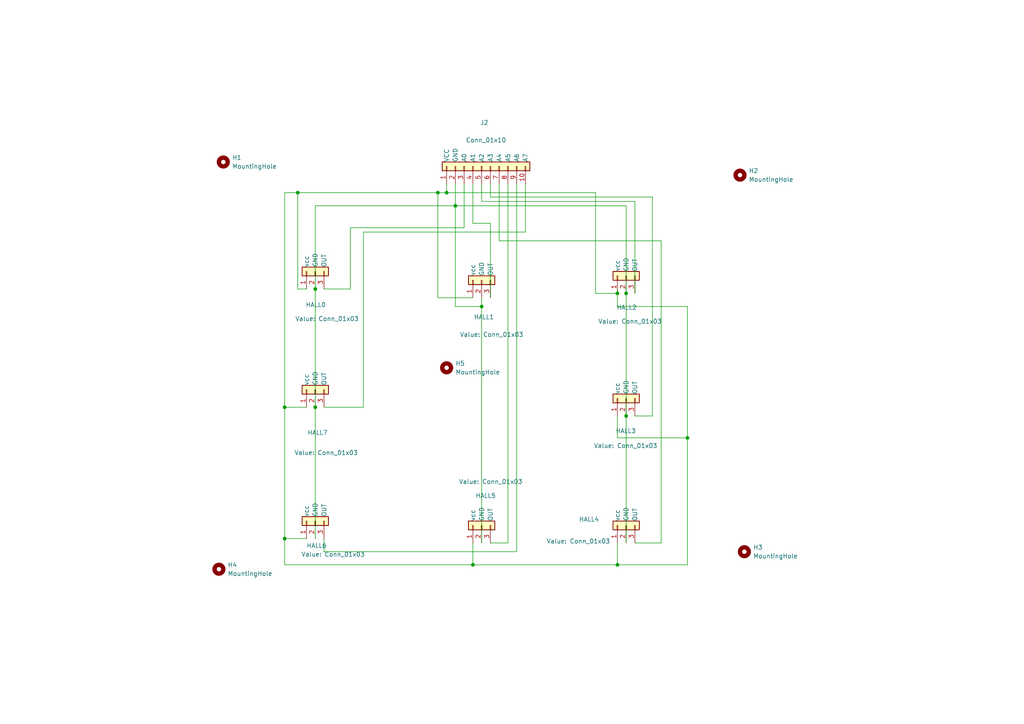
<source format=kicad_sch>
(kicad_sch
	(version 20250114)
	(generator "eeschema")
	(generator_version "9.0")
	(uuid "0967d7aa-5443-4f17-a21c-1cbc9c10a416")
	(paper "A4")
	(lib_symbols
		(symbol "Connector_Generic 1X10 ARD:Conn_01x10"
			(pin_names
				(offset 2.54)
			)
			(exclude_from_sim no)
			(in_bom yes)
			(on_board yes)
			(property "Reference" "J"
				(at -10.16 -1.27 90)
				(effects
					(font
						(size 1.27 1.27)
					)
				)
			)
			(property "Value" "Conn_01x10"
				(at 17.78 -1.27 90)
				(effects
					(font
						(size 1.27 1.27)
					)
				)
			)
			(property "Footprint" ""
				(at 0 0 0)
				(effects
					(font
						(size 1.27 1.27)
					)
					(hide yes)
				)
			)
			(property "Datasheet" "~"
				(at 2.54 -1.27 90)
				(effects
					(font
						(size 1.27 1.27)
					)
					(hide yes)
				)
			)
			(property "Description" "Generic connector, single row, 01x10, script generated (kicad-library-utils/schlib/autogen/connector/)"
				(at 0 0 0)
				(effects
					(font
						(size 1.27 1.27)
					)
					(hide yes)
				)
			)
			(property "ki_keywords" "connector"
				(at 0 0 0)
				(effects
					(font
						(size 1.27 1.27)
					)
					(hide yes)
				)
			)
			(property "ki_fp_filters" "Connector*:*_1x??_*"
				(at 0 0 0)
				(effects
					(font
						(size 1.27 1.27)
					)
					(hide yes)
				)
			)
			(symbol "Conn_01x10_1_1"
				(rectangle
					(start -8.89 -2.54)
					(end 16.51 0)
					(stroke
						(width 0.254)
						(type default)
					)
					(fill
						(type background)
					)
				)
				(rectangle
					(start -7.747 -2.54)
					(end -7.493 -1.27)
					(stroke
						(width 0.1524)
						(type default)
					)
					(fill
						(type none)
					)
				)
				(rectangle
					(start -5.207 -2.54)
					(end -4.953 -1.27)
					(stroke
						(width 0.1524)
						(type default)
					)
					(fill
						(type none)
					)
				)
				(rectangle
					(start -2.667 -2.54)
					(end -2.413 -1.27)
					(stroke
						(width 0.1524)
						(type default)
					)
					(fill
						(type none)
					)
				)
				(rectangle
					(start -0.127 -2.54)
					(end 0.127 -1.27)
					(stroke
						(width 0.1524)
						(type default)
					)
					(fill
						(type none)
					)
				)
				(rectangle
					(start 2.413 -2.54)
					(end 2.667 -1.27)
					(stroke
						(width 0.1524)
						(type default)
					)
					(fill
						(type none)
					)
				)
				(rectangle
					(start 4.953 -2.54)
					(end 5.207 -1.27)
					(stroke
						(width 0.1524)
						(type default)
					)
					(fill
						(type none)
					)
				)
				(rectangle
					(start 7.493 -2.54)
					(end 7.747 -1.27)
					(stroke
						(width 0.1524)
						(type default)
					)
					(fill
						(type none)
					)
				)
				(rectangle
					(start 10.033 -2.54)
					(end 10.287 -1.27)
					(stroke
						(width 0.1524)
						(type default)
					)
					(fill
						(type none)
					)
				)
				(rectangle
					(start 12.573 -2.54)
					(end 12.827 -1.27)
					(stroke
						(width 0.1524)
						(type default)
					)
					(fill
						(type none)
					)
				)
				(rectangle
					(start 15.113 -2.54)
					(end 15.367 -1.27)
					(stroke
						(width 0.1524)
						(type default)
					)
					(fill
						(type none)
					)
				)
				(pin passive line
					(at -7.62 -6.35 90)
					(length 3.81)
					(name "VCC"
						(effects
							(font
								(size 1.27 1.27)
							)
						)
					)
					(number "1"
						(effects
							(font
								(size 1.27 1.27)
							)
						)
					)
				)
				(pin passive line
					(at -5.08 -6.35 90)
					(length 3.81)
					(name "GND"
						(effects
							(font
								(size 1.27 1.27)
							)
						)
					)
					(number "2"
						(effects
							(font
								(size 1.27 1.27)
							)
						)
					)
				)
				(pin passive line
					(at -2.54 -6.35 90)
					(length 3.81)
					(name "A0"
						(effects
							(font
								(size 1.27 1.27)
							)
						)
					)
					(number "3"
						(effects
							(font
								(size 1.27 1.27)
							)
						)
					)
				)
				(pin passive line
					(at 0 -6.35 90)
					(length 3.81)
					(name "A1"
						(effects
							(font
								(size 1.27 1.27)
							)
						)
					)
					(number "4"
						(effects
							(font
								(size 1.27 1.27)
							)
						)
					)
				)
				(pin passive line
					(at 2.54 -6.35 90)
					(length 3.81)
					(name "A2"
						(effects
							(font
								(size 1.27 1.27)
							)
						)
					)
					(number "5"
						(effects
							(font
								(size 1.27 1.27)
							)
						)
					)
				)
				(pin passive line
					(at 5.08 -6.35 90)
					(length 3.81)
					(name "A3"
						(effects
							(font
								(size 1.27 1.27)
							)
						)
					)
					(number "6"
						(effects
							(font
								(size 1.27 1.27)
							)
						)
					)
				)
				(pin passive line
					(at 7.62 -6.35 90)
					(length 3.81)
					(name "A4"
						(effects
							(font
								(size 1.27 1.27)
							)
						)
					)
					(number "7"
						(effects
							(font
								(size 1.27 1.27)
							)
						)
					)
				)
				(pin passive line
					(at 10.16 -6.35 90)
					(length 3.81)
					(name "A5"
						(effects
							(font
								(size 1.27 1.27)
							)
						)
					)
					(number "8"
						(effects
							(font
								(size 1.27 1.27)
							)
						)
					)
				)
				(pin passive line
					(at 12.7 -6.35 90)
					(length 3.81)
					(name "A6"
						(effects
							(font
								(size 1.27 1.27)
							)
						)
					)
					(number "9"
						(effects
							(font
								(size 1.27 1.27)
							)
						)
					)
				)
				(pin passive line
					(at 15.24 -6.35 90)
					(length 3.81)
					(name "A7"
						(effects
							(font
								(size 1.27 1.27)
							)
						)
					)
					(number "10"
						(effects
							(font
								(size 1.27 1.27)
							)
						)
					)
				)
			)
			(embedded_fonts no)
		)
		(symbol "Connector_Generic:Conn_01x03"
			(pin_names
				(offset 2.54)
			)
			(exclude_from_sim no)
			(in_bom yes)
			(on_board yes)
			(property "Reference" "J2"
				(at 1.2701 -5.08 90)
				(show_name)
				(effects
					(font
						(size 1.27 1.27)
					)
					(justify right)
				)
			)
			(property "Value" "Conn_01x03"
				(at -1.2699 -5.08 90)
				(show_name)
				(effects
					(font
						(size 1.27 1.27)
					)
					(justify right)
				)
			)
			(property "Footprint" ""
				(at 0 0 0)
				(effects
					(font
						(size 1.27 1.27)
					)
					(hide yes)
				)
			)
			(property "Datasheet" "~"
				(at 0 0 0)
				(effects
					(font
						(size 1.27 1.27)
					)
					(hide yes)
				)
			)
			(property "Description" "Generic connector, single row, 01x03, script generated (kicad-library-utils/schlib/autogen/connector/)"
				(at 0 0 0)
				(effects
					(font
						(size 1.27 1.27)
					)
					(hide yes)
				)
			)
			(property "ki_keywords" "connector"
				(at 0 0 0)
				(effects
					(font
						(size 1.27 1.27)
					)
					(hide yes)
				)
			)
			(property "ki_fp_filters" "Connector*:*_1x??_*"
				(at 0 0 0)
				(effects
					(font
						(size 1.27 1.27)
					)
					(hide yes)
				)
			)
			(symbol "Conn_01x03_1_1"
				(rectangle
					(start -1.27 3.81)
					(end 1.27 -3.81)
					(stroke
						(width 0.254)
						(type default)
					)
					(fill
						(type background)
					)
				)
				(rectangle
					(start -1.27 2.667)
					(end 0 2.413)
					(stroke
						(width 0.1524)
						(type default)
					)
					(fill
						(type none)
					)
				)
				(rectangle
					(start -1.27 0.127)
					(end 0 -0.127)
					(stroke
						(width 0.1524)
						(type default)
					)
					(fill
						(type none)
					)
				)
				(rectangle
					(start -1.27 -2.413)
					(end 0 -2.667)
					(stroke
						(width 0.1524)
						(type default)
					)
					(fill
						(type none)
					)
				)
				(pin passive line
					(at -5.08 2.54 0)
					(length 3.81)
					(name "vcc"
						(effects
							(font
								(size 1.27 1.27)
							)
						)
					)
					(number "1"
						(effects
							(font
								(size 1.27 1.27)
							)
						)
					)
				)
				(pin passive line
					(at -5.08 0 0)
					(length 3.81)
					(name "GND"
						(effects
							(font
								(size 1.27 1.27)
							)
						)
					)
					(number "2"
						(effects
							(font
								(size 1.27 1.27)
							)
						)
					)
				)
				(pin passive line
					(at -5.08 -2.54 0)
					(length 3.81)
					(name "OUT"
						(effects
							(font
								(size 1.27 1.27)
							)
						)
					)
					(number "3"
						(effects
							(font
								(size 1.27 1.27)
							)
						)
					)
				)
			)
			(embedded_fonts no)
		)
		(symbol "Mechanical:MountingHole"
			(pin_names
				(offset 1.016)
			)
			(exclude_from_sim no)
			(in_bom no)
			(on_board yes)
			(property "Reference" "H"
				(at 0 5.08 0)
				(effects
					(font
						(size 1.27 1.27)
					)
				)
			)
			(property "Value" "MountingHole"
				(at 0 3.175 0)
				(effects
					(font
						(size 1.27 1.27)
					)
				)
			)
			(property "Footprint" ""
				(at 0 0 0)
				(effects
					(font
						(size 1.27 1.27)
					)
					(hide yes)
				)
			)
			(property "Datasheet" "~"
				(at 0 0 0)
				(effects
					(font
						(size 1.27 1.27)
					)
					(hide yes)
				)
			)
			(property "Description" "Mounting Hole without connection"
				(at 0 0 0)
				(effects
					(font
						(size 1.27 1.27)
					)
					(hide yes)
				)
			)
			(property "ki_keywords" "mounting hole"
				(at 0 0 0)
				(effects
					(font
						(size 1.27 1.27)
					)
					(hide yes)
				)
			)
			(property "ki_fp_filters" "MountingHole*"
				(at 0 0 0)
				(effects
					(font
						(size 1.27 1.27)
					)
					(hide yes)
				)
			)
			(symbol "MountingHole_0_1"
				(circle
					(center 0 0)
					(radius 1.27)
					(stroke
						(width 1.27)
						(type default)
					)
					(fill
						(type none)
					)
				)
			)
			(embedded_fonts no)
		)
	)
	(junction
		(at 181.61 85.09)
		(diameter 0)
		(color 0 0 0 0)
		(uuid "046a5bfb-c31b-4f92-9c0b-e264ccd432f8")
	)
	(junction
		(at 127 55.88)
		(diameter 0)
		(color 0 0 0 0)
		(uuid "0bedc7fc-2807-4581-ab18-95d8e36b2fbc")
	)
	(junction
		(at 86.36 55.88)
		(diameter 0)
		(color 0 0 0 0)
		(uuid "0e162389-9554-45bb-ad11-e72ee268d858")
	)
	(junction
		(at 91.44 118.11)
		(diameter 0)
		(color 0 0 0 0)
		(uuid "13b5a18f-91ce-454d-83b7-cc8341a2b193")
	)
	(junction
		(at 132.08 59.69)
		(diameter 0)
		(color 0 0 0 0)
		(uuid "1eef73e4-2c5d-4fda-b6f9-450251e4d1d1")
	)
	(junction
		(at 139.7 88.9)
		(diameter 0)
		(color 0 0 0 0)
		(uuid "28eabf8f-0dab-433b-910c-a29e115998b3")
	)
	(junction
		(at 137.16 163.83)
		(diameter 0)
		(color 0 0 0 0)
		(uuid "2b3bc88a-3b02-4540-a080-998834976380")
	)
	(junction
		(at 91.44 83.82)
		(diameter 0)
		(color 0 0 0 0)
		(uuid "30f120a4-2ce0-4a72-9e05-93da9f3b8433")
	)
	(junction
		(at 179.07 85.09)
		(diameter 0)
		(color 0 0 0 0)
		(uuid "4e4ee7b9-fb9f-478a-8496-d1386655df68")
	)
	(junction
		(at 199.39 127)
		(diameter 0)
		(color 0 0 0 0)
		(uuid "62dc0b7d-41ad-4f98-ab14-136bef03386a")
	)
	(junction
		(at 82.55 118.11)
		(diameter 0)
		(color 0 0 0 0)
		(uuid "7d5e4ad8-4234-432f-b487-a856c18e8904")
	)
	(junction
		(at 181.61 120.65)
		(diameter 0)
		(color 0 0 0 0)
		(uuid "877b69d7-8748-4c70-807e-92023956a311")
	)
	(junction
		(at 129.54 55.88)
		(diameter 0)
		(color 0 0 0 0)
		(uuid "d4e7bfd8-4400-491a-a784-471ef1adcd2a")
	)
	(junction
		(at 82.55 156.21)
		(diameter 0)
		(color 0 0 0 0)
		(uuid "ef116cff-7550-4455-bd33-7fe4fb515617")
	)
	(junction
		(at 179.07 163.83)
		(diameter 0)
		(color 0 0 0 0)
		(uuid "f9c730c3-9277-42df-94e5-ac22ac874cae")
	)
	(wire
		(pts
			(xy 91.44 118.11) (xy 91.44 156.21)
		)
		(stroke
			(width 0)
			(type default)
		)
		(uuid "001bf346-f121-4e66-abbe-845bdd9cf4f3")
	)
	(wire
		(pts
			(xy 132.08 53.34) (xy 132.08 59.69)
		)
		(stroke
			(width 0)
			(type default)
		)
		(uuid "01a5ebd5-85cf-44a2-a25d-2382c3691695")
	)
	(wire
		(pts
			(xy 142.24 86.36) (xy 142.24 64.77)
		)
		(stroke
			(width 0)
			(type default)
		)
		(uuid "02ea5369-7c3d-4d73-bcc2-c755154ad632")
	)
	(wire
		(pts
			(xy 172.72 55.88) (xy 172.72 85.09)
		)
		(stroke
			(width 0)
			(type default)
		)
		(uuid "0511245e-a0bd-483a-8afe-f2f3be9ede7a")
	)
	(wire
		(pts
			(xy 86.36 55.88) (xy 127 55.88)
		)
		(stroke
			(width 0)
			(type default)
		)
		(uuid "0b3bf47c-a9db-4d0e-9a5c-2947c5411fc3")
	)
	(wire
		(pts
			(xy 147.32 157.48) (xy 147.32 53.34)
		)
		(stroke
			(width 0)
			(type default)
		)
		(uuid "0f780a61-6eb9-4aca-8e98-4d90daf24549")
	)
	(wire
		(pts
			(xy 181.61 120.65) (xy 181.61 157.48)
		)
		(stroke
			(width 0)
			(type default)
		)
		(uuid "101a247c-d9a5-4c6d-a649-f8d6608c940b")
	)
	(wire
		(pts
			(xy 184.15 157.48) (xy 191.77 157.48)
		)
		(stroke
			(width 0)
			(type default)
		)
		(uuid "1309f4e2-9524-46a9-8d5c-7b91af526186")
	)
	(wire
		(pts
			(xy 152.4 67.31) (xy 152.4 53.34)
		)
		(stroke
			(width 0)
			(type default)
		)
		(uuid "136681ea-849d-4587-897f-3953089d26f0")
	)
	(wire
		(pts
			(xy 199.39 127) (xy 199.39 163.83)
		)
		(stroke
			(width 0)
			(type default)
		)
		(uuid "15829ed4-fa80-4aca-8288-c5407da6e9ae")
	)
	(wire
		(pts
			(xy 91.44 83.82) (xy 91.44 118.11)
		)
		(stroke
			(width 0)
			(type default)
		)
		(uuid "20c20532-a564-47e3-ae94-2b6005ca781a")
	)
	(wire
		(pts
			(xy 127 55.88) (xy 129.54 55.88)
		)
		(stroke
			(width 0)
			(type default)
		)
		(uuid "229b3a47-5565-42c6-8eb2-e4b02e638a43")
	)
	(wire
		(pts
			(xy 189.23 57.15) (xy 189.23 120.65)
		)
		(stroke
			(width 0)
			(type default)
		)
		(uuid "2545c061-de18-4d7c-b6ea-8a05241b7f0c")
	)
	(wire
		(pts
			(xy 137.16 64.77) (xy 137.16 53.34)
		)
		(stroke
			(width 0)
			(type default)
		)
		(uuid "2c6c3106-b162-4a1e-b51a-1cf6abf18e85")
	)
	(wire
		(pts
			(xy 142.24 57.15) (xy 189.23 57.15)
		)
		(stroke
			(width 0)
			(type default)
		)
		(uuid "3239bb18-2337-47f7-b5ab-cf61d4506539")
	)
	(wire
		(pts
			(xy 139.7 88.9) (xy 139.7 157.48)
		)
		(stroke
			(width 0)
			(type default)
		)
		(uuid "3d13072d-4eb6-42fd-9b07-098bbd91197e")
	)
	(wire
		(pts
			(xy 144.78 69.85) (xy 191.77 69.85)
		)
		(stroke
			(width 0)
			(type default)
		)
		(uuid "41fb6073-daff-402d-999d-8ec6d543edad")
	)
	(wire
		(pts
			(xy 91.44 59.69) (xy 132.08 59.69)
		)
		(stroke
			(width 0)
			(type default)
		)
		(uuid "42bdb010-163f-43b6-921d-c56d38387467")
	)
	(wire
		(pts
			(xy 199.39 88.9) (xy 179.07 88.9)
		)
		(stroke
			(width 0)
			(type default)
		)
		(uuid "4ee5f0fd-583a-4509-900a-a670528ccead")
	)
	(wire
		(pts
			(xy 184.15 120.65) (xy 189.23 120.65)
		)
		(stroke
			(width 0)
			(type default)
		)
		(uuid "50b33bf7-5a7b-4ae4-899d-a325e3b8e06c")
	)
	(wire
		(pts
			(xy 149.86 53.34) (xy 149.86 160.02)
		)
		(stroke
			(width 0)
			(type default)
		)
		(uuid "589d0717-e570-4861-b66a-05ce1fcbc561")
	)
	(wire
		(pts
			(xy 179.07 85.09) (xy 172.72 85.09)
		)
		(stroke
			(width 0)
			(type default)
		)
		(uuid "5a978c78-032e-44eb-a861-6a8ffb2e6efa")
	)
	(wire
		(pts
			(xy 88.9 118.11) (xy 82.55 118.11)
		)
		(stroke
			(width 0)
			(type default)
		)
		(uuid "5bd86208-50dc-4abe-a5e9-e4f8b59e45ad")
	)
	(wire
		(pts
			(xy 139.7 86.36) (xy 139.7 88.9)
		)
		(stroke
			(width 0)
			(type default)
		)
		(uuid "5cab6d76-912f-4edc-94c8-443f72bbc34e")
	)
	(wire
		(pts
			(xy 184.15 58.42) (xy 139.7 58.42)
		)
		(stroke
			(width 0)
			(type default)
		)
		(uuid "5cf33803-fa03-4280-a335-4133b45b9271")
	)
	(wire
		(pts
			(xy 179.07 163.83) (xy 199.39 163.83)
		)
		(stroke
			(width 0)
			(type default)
		)
		(uuid "665c37b7-3114-4ac3-965b-21ec0dab9698")
	)
	(wire
		(pts
			(xy 93.98 83.82) (xy 101.6 83.82)
		)
		(stroke
			(width 0)
			(type default)
		)
		(uuid "668d4ee9-61f8-4269-9d42-ff933d86e953")
	)
	(wire
		(pts
			(xy 144.78 53.34) (xy 144.78 69.85)
		)
		(stroke
			(width 0)
			(type default)
		)
		(uuid "66d96580-6764-40a3-859f-360c407fc08c")
	)
	(wire
		(pts
			(xy 127 55.88) (xy 127 86.36)
		)
		(stroke
			(width 0)
			(type default)
		)
		(uuid "721fbc6a-7340-4988-950c-cc0bc533fb51")
	)
	(wire
		(pts
			(xy 82.55 156.21) (xy 88.9 156.21)
		)
		(stroke
			(width 0)
			(type default)
		)
		(uuid "7271e917-0c73-44ae-925c-dfb10e0f085e")
	)
	(wire
		(pts
			(xy 199.39 88.9) (xy 199.39 127)
		)
		(stroke
			(width 0)
			(type default)
		)
		(uuid "76da5c03-f73e-4854-aafb-4ba1fbc09853")
	)
	(wire
		(pts
			(xy 184.15 85.09) (xy 184.15 58.42)
		)
		(stroke
			(width 0)
			(type default)
		)
		(uuid "784ffb81-9f88-403d-b02c-29641079a33d")
	)
	(wire
		(pts
			(xy 139.7 58.42) (xy 139.7 53.34)
		)
		(stroke
			(width 0)
			(type default)
		)
		(uuid "7970360b-706a-4ff5-8aaa-ab46cce8d5ee")
	)
	(wire
		(pts
			(xy 105.41 67.31) (xy 152.4 67.31)
		)
		(stroke
			(width 0)
			(type default)
		)
		(uuid "7aff10f8-f5fb-4161-a990-9435ba68204c")
	)
	(wire
		(pts
			(xy 142.24 64.77) (xy 137.16 64.77)
		)
		(stroke
			(width 0)
			(type default)
		)
		(uuid "7fdf406e-4945-4972-9826-b5ed7de94b54")
	)
	(wire
		(pts
			(xy 91.44 83.82) (xy 91.44 59.69)
		)
		(stroke
			(width 0)
			(type default)
		)
		(uuid "7fe5a3d5-bf7c-4177-ba0f-99760251a60e")
	)
	(wire
		(pts
			(xy 142.24 57.15) (xy 142.24 53.34)
		)
		(stroke
			(width 0)
			(type default)
		)
		(uuid "82091673-ea56-4c61-b8ec-037849211f91")
	)
	(wire
		(pts
			(xy 93.98 160.02) (xy 149.86 160.02)
		)
		(stroke
			(width 0)
			(type default)
		)
		(uuid "831d14fa-59a5-4dcb-aa44-63b6017918f8")
	)
	(wire
		(pts
			(xy 82.55 163.83) (xy 137.16 163.83)
		)
		(stroke
			(width 0)
			(type default)
		)
		(uuid "87b6e6a4-4975-4220-9e4a-c79971fa66f1")
	)
	(wire
		(pts
			(xy 82.55 118.11) (xy 82.55 156.21)
		)
		(stroke
			(width 0)
			(type default)
		)
		(uuid "8b9b74e6-99fe-4f47-bf2f-e58b70cb1ae0")
	)
	(wire
		(pts
			(xy 179.07 120.65) (xy 179.07 127)
		)
		(stroke
			(width 0)
			(type default)
		)
		(uuid "8e0045e6-674b-48c6-a3e6-07fe05d9cacd")
	)
	(wire
		(pts
			(xy 101.6 66.04) (xy 134.62 66.04)
		)
		(stroke
			(width 0)
			(type default)
		)
		(uuid "9604cb67-2156-4819-a27b-768ec400fd0d")
	)
	(wire
		(pts
			(xy 179.07 127) (xy 199.39 127)
		)
		(stroke
			(width 0)
			(type default)
		)
		(uuid "96aceadc-26d1-4e1e-8ac8-02a4d888ee0c")
	)
	(wire
		(pts
			(xy 181.61 85.09) (xy 181.61 120.65)
		)
		(stroke
			(width 0)
			(type default)
		)
		(uuid "9bf9fa0d-3623-4ec5-a3fe-b97a0ce16e14")
	)
	(wire
		(pts
			(xy 179.07 83.82) (xy 179.07 85.09)
		)
		(stroke
			(width 0)
			(type default)
		)
		(uuid "a3f39a70-72ec-4452-9194-a9d78a1c3135")
	)
	(wire
		(pts
			(xy 129.54 55.88) (xy 172.72 55.88)
		)
		(stroke
			(width 0)
			(type default)
		)
		(uuid "a5256cff-0e08-4fa0-91f1-12d6068a8fac")
	)
	(wire
		(pts
			(xy 105.41 118.11) (xy 105.41 67.31)
		)
		(stroke
			(width 0)
			(type default)
		)
		(uuid "a690ac87-0e81-4eb5-9e42-d9c6fc94e894")
	)
	(wire
		(pts
			(xy 179.07 157.48) (xy 179.07 163.83)
		)
		(stroke
			(width 0)
			(type default)
		)
		(uuid "aa992a7c-d9d8-460e-b9d8-fd4ba47df70a")
	)
	(wire
		(pts
			(xy 181.61 59.69) (xy 181.61 85.09)
		)
		(stroke
			(width 0)
			(type default)
		)
		(uuid "af0d8913-419b-49ff-b850-5affbae5c34e")
	)
	(wire
		(pts
			(xy 93.98 118.11) (xy 105.41 118.11)
		)
		(stroke
			(width 0)
			(type default)
		)
		(uuid "b0c842cc-f5c9-4d07-a78b-44a120ecb8da")
	)
	(wire
		(pts
			(xy 132.08 88.9) (xy 132.08 59.69)
		)
		(stroke
			(width 0)
			(type default)
		)
		(uuid "b1248722-209c-4c4e-bf86-f250fb6aa713")
	)
	(wire
		(pts
			(xy 179.07 85.09) (xy 179.07 88.9)
		)
		(stroke
			(width 0)
			(type default)
		)
		(uuid "b358c62a-06a0-43f9-a972-3c6d3f93b102")
	)
	(wire
		(pts
			(xy 88.9 83.82) (xy 86.36 83.82)
		)
		(stroke
			(width 0)
			(type default)
		)
		(uuid "b4a8a965-ca56-41f5-89d8-65185a4bef3f")
	)
	(wire
		(pts
			(xy 82.55 118.11) (xy 82.55 55.88)
		)
		(stroke
			(width 0)
			(type default)
		)
		(uuid "b680b298-0553-42d3-acd0-e276bd4db483")
	)
	(wire
		(pts
			(xy 82.55 163.83) (xy 82.55 156.21)
		)
		(stroke
			(width 0)
			(type default)
		)
		(uuid "b8cac201-7c1d-459d-a9de-7e45fd3425c8")
	)
	(wire
		(pts
			(xy 93.98 160.02) (xy 93.98 156.21)
		)
		(stroke
			(width 0)
			(type default)
		)
		(uuid "c0e54aec-a53d-4a4b-92f9-88bbb5c9e212")
	)
	(wire
		(pts
			(xy 191.77 157.48) (xy 191.77 69.85)
		)
		(stroke
			(width 0)
			(type default)
		)
		(uuid "c77eb3cd-bbb8-4858-b96a-1fcdb40473d1")
	)
	(wire
		(pts
			(xy 132.08 59.69) (xy 181.61 59.69)
		)
		(stroke
			(width 0)
			(type default)
		)
		(uuid "c8e98612-eefa-451f-a409-0bb78af8da57")
	)
	(wire
		(pts
			(xy 137.16 157.48) (xy 137.16 163.83)
		)
		(stroke
			(width 0)
			(type default)
		)
		(uuid "daed7557-16ac-477d-b2a6-5c5c90ec1e3f")
	)
	(wire
		(pts
			(xy 101.6 83.82) (xy 101.6 66.04)
		)
		(stroke
			(width 0)
			(type default)
		)
		(uuid "dc78ed5b-e287-4fbe-9c30-e9f8df4079b9")
	)
	(wire
		(pts
			(xy 137.16 163.83) (xy 179.07 163.83)
		)
		(stroke
			(width 0)
			(type default)
		)
		(uuid "e00bdf33-2804-45e6-b88d-33719e043cdd")
	)
	(wire
		(pts
			(xy 134.62 66.04) (xy 134.62 53.34)
		)
		(stroke
			(width 0)
			(type default)
		)
		(uuid "e033591c-96f8-44df-919c-bb878324d7a7")
	)
	(wire
		(pts
			(xy 82.55 55.88) (xy 86.36 55.88)
		)
		(stroke
			(width 0)
			(type default)
		)
		(uuid "e42f3587-bada-44b8-a8d1-9a430b75aadc")
	)
	(wire
		(pts
			(xy 142.24 157.48) (xy 147.32 157.48)
		)
		(stroke
			(width 0)
			(type default)
		)
		(uuid "e4f3bc45-372e-44ea-b0be-f9e540b3ba44")
	)
	(wire
		(pts
			(xy 139.7 88.9) (xy 132.08 88.9)
		)
		(stroke
			(width 0)
			(type default)
		)
		(uuid "ed63173a-f18c-4cf8-a172-f843caf75cda")
	)
	(wire
		(pts
			(xy 137.16 86.36) (xy 127 86.36)
		)
		(stroke
			(width 0)
			(type default)
		)
		(uuid "f1789232-4703-4819-9629-fe90e48d450f")
	)
	(wire
		(pts
			(xy 129.54 53.34) (xy 129.54 55.88)
		)
		(stroke
			(width 0)
			(type default)
		)
		(uuid "f733b4db-0f35-44f2-a474-d267f6ac323f")
	)
	(wire
		(pts
			(xy 86.36 55.88) (xy 86.36 83.82)
		)
		(stroke
			(width 0)
			(type default)
		)
		(uuid "f76d34dd-99d9-410c-af83-c6d6f3a91f72")
	)
	(symbol
		(lib_id "Connector_Generic:Conn_01x03")
		(at 139.7 152.4 90)
		(unit 1)
		(exclude_from_sim no)
		(in_bom yes)
		(on_board yes)
		(dnp no)
		(uuid "28bbe612-c4b1-48c0-8f08-af9a3624f2be")
		(property "Reference" "HALL5"
			(at 137.922 143.764 90)
			(effects
				(font
					(size 1.27 1.27)
				)
				(justify right)
			)
		)
		(property "Value" "Conn_01x03"
			(at 133.096 139.7 90)
			(show_name yes)
			(effects
				(font
					(size 1.27 1.27)
				)
				(justify right)
			)
		)
		(property "Footprint" "Connector_PinHeader_2.54mm:PinHeader_1x03_P2.54mm_Vertical"
			(at 139.7 152.4 0)
			(effects
				(font
					(size 1.27 1.27)
				)
				(hide yes)
			)
		)
		(property "Datasheet" "~"
			(at 139.7 152.4 0)
			(effects
				(font
					(size 1.27 1.27)
				)
				(hide yes)
			)
		)
		(property "Description" "Generic connector, single row, 01x03, script generated (kicad-library-utils/schlib/autogen/connector/)"
			(at 139.7 152.4 0)
			(effects
				(font
					(size 1.27 1.27)
				)
				(hide yes)
			)
		)
		(pin "3"
			(uuid "8112f396-d0ce-4c66-9662-777be34fe735")
		)
		(pin "1"
			(uuid "f8d1ed8c-06f2-4340-9b69-9c9969bc3b5e")
		)
		(pin "2"
			(uuid "02afe0ae-2a5b-406d-9503-fce22d8de409")
		)
		(instances
			(project "shift"
				(path "/0967d7aa-5443-4f17-a21c-1cbc9c10a416"
					(reference "HALL5")
					(unit 1)
				)
			)
		)
	)
	(symbol
		(lib_id "Connector_Generic:Conn_01x03")
		(at 139.7 81.28 90)
		(unit 1)
		(exclude_from_sim no)
		(in_bom yes)
		(on_board yes)
		(dnp no)
		(uuid "3dc49daa-3dd9-4994-8548-8863d44e1f1f")
		(property "Reference" "HALL1"
			(at 137.414 91.948 90)
			(effects
				(font
					(size 1.27 1.27)
				)
				(justify right)
			)
		)
		(property "Value" "Conn_01x03"
			(at 133.35 97.028 90)
			(show_name yes)
			(effects
				(font
					(size 1.27 1.27)
				)
				(justify right)
			)
		)
		(property "Footprint" "Connector_PinHeader_2.54mm:PinHeader_1x03_P2.54mm_Vertical"
			(at 139.7 81.28 0)
			(effects
				(font
					(size 1.27 1.27)
				)
				(hide yes)
			)
		)
		(property "Datasheet" "~"
			(at 139.7 81.28 0)
			(effects
				(font
					(size 1.27 1.27)
				)
				(hide yes)
			)
		)
		(property "Description" "Generic connector, single row, 01x03, script generated (kicad-library-utils/schlib/autogen/connector/)"
			(at 139.7 81.28 0)
			(effects
				(font
					(size 1.27 1.27)
				)
				(hide yes)
			)
		)
		(pin "3"
			(uuid "fc102a27-9814-4349-b1bb-519f4278c785")
		)
		(pin "1"
			(uuid "3ba7a0ca-2073-420c-b357-0fa38efc4859")
		)
		(pin "2"
			(uuid "3550b208-dc7c-4b8a-96c0-95d4e3cc86a8")
		)
		(instances
			(project "shift"
				(path "/0967d7aa-5443-4f17-a21c-1cbc9c10a416"
					(reference "HALL1")
					(unit 1)
				)
			)
		)
	)
	(symbol
		(lib_id "Mechanical:MountingHole")
		(at 214.63 50.8 0)
		(unit 1)
		(exclude_from_sim no)
		(in_bom no)
		(on_board yes)
		(dnp no)
		(fields_autoplaced yes)
		(uuid "523dcd4e-212c-4cc2-9888-e5632289751f")
		(property "Reference" "H2"
			(at 217.17 49.5299 0)
			(effects
				(font
					(size 1.27 1.27)
				)
				(justify left)
			)
		)
		(property "Value" "MountingHole"
			(at 217.17 52.0699 0)
			(effects
				(font
					(size 1.27 1.27)
				)
				(justify left)
			)
		)
		(property "Footprint" "MountingHole:MountingHole_6mm"
			(at 214.63 50.8 0)
			(effects
				(font
					(size 1.27 1.27)
				)
				(hide yes)
			)
		)
		(property "Datasheet" "~"
			(at 214.63 50.8 0)
			(effects
				(font
					(size 1.27 1.27)
				)
				(hide yes)
			)
		)
		(property "Description" "Mounting Hole without connection"
			(at 214.63 50.8 0)
			(effects
				(font
					(size 1.27 1.27)
				)
				(hide yes)
			)
		)
		(instances
			(project "shift"
				(path "/0967d7aa-5443-4f17-a21c-1cbc9c10a416"
					(reference "H2")
					(unit 1)
				)
			)
		)
	)
	(symbol
		(lib_id "Mechanical:MountingHole")
		(at 215.9 160.02 0)
		(unit 1)
		(exclude_from_sim no)
		(in_bom no)
		(on_board yes)
		(dnp no)
		(fields_autoplaced yes)
		(uuid "5f278146-e727-4a6c-a293-5c17dd1278d3")
		(property "Reference" "H3"
			(at 218.44 158.7499 0)
			(effects
				(font
					(size 1.27 1.27)
				)
				(justify left)
			)
		)
		(property "Value" "MountingHole"
			(at 218.44 161.2899 0)
			(effects
				(font
					(size 1.27 1.27)
				)
				(justify left)
			)
		)
		(property "Footprint" "MountingHole:MountingHole_6mm"
			(at 215.9 160.02 0)
			(effects
				(font
					(size 1.27 1.27)
				)
				(hide yes)
			)
		)
		(property "Datasheet" "~"
			(at 215.9 160.02 0)
			(effects
				(font
					(size 1.27 1.27)
				)
				(hide yes)
			)
		)
		(property "Description" "Mounting Hole without connection"
			(at 215.9 160.02 0)
			(effects
				(font
					(size 1.27 1.27)
				)
				(hide yes)
			)
		)
		(instances
			(project "shift"
				(path "/0967d7aa-5443-4f17-a21c-1cbc9c10a416"
					(reference "H3")
					(unit 1)
				)
			)
		)
	)
	(symbol
		(lib_id "Connector_Generic:Conn_01x03")
		(at 181.61 152.4 90)
		(unit 1)
		(exclude_from_sim no)
		(in_bom yes)
		(on_board yes)
		(dnp no)
		(uuid "7647101e-d94c-416c-8993-bcfe14baf1e3")
		(property "Reference" "HALL4"
			(at 167.894 150.622 90)
			(effects
				(font
					(size 1.27 1.27)
				)
				(justify right)
			)
		)
		(property "Value" "Conn_01x03"
			(at 158.496 156.972 90)
			(show_name yes)
			(effects
				(font
					(size 1.27 1.27)
				)
				(justify right)
			)
		)
		(property "Footprint" "Connector_PinHeader_2.54mm:PinHeader_1x03_P2.54mm_Vertical"
			(at 181.61 152.4 0)
			(effects
				(font
					(size 1.27 1.27)
				)
				(hide yes)
			)
		)
		(property "Datasheet" "~"
			(at 181.61 152.4 0)
			(effects
				(font
					(size 1.27 1.27)
				)
				(hide yes)
			)
		)
		(property "Description" "Generic connector, single row, 01x03, script generated (kicad-library-utils/schlib/autogen/connector/)"
			(at 181.61 152.4 0)
			(effects
				(font
					(size 1.27 1.27)
				)
				(hide yes)
			)
		)
		(pin "3"
			(uuid "508f8f91-f4be-41ee-b84c-961c7e5de28e")
		)
		(pin "1"
			(uuid "00367a88-0ead-490a-a0d2-f2b3352b31e4")
		)
		(pin "2"
			(uuid "1a08bb92-e48b-491a-8305-a8a1470695ab")
		)
		(instances
			(project "shift"
				(path "/0967d7aa-5443-4f17-a21c-1cbc9c10a416"
					(reference "HALL4")
					(unit 1)
				)
			)
		)
	)
	(symbol
		(lib_id "Connector_Generic 1X10 ARD:Conn_01x10")
		(at 137.16 46.99 0)
		(unit 1)
		(exclude_from_sim no)
		(in_bom yes)
		(on_board yes)
		(dnp no)
		(uuid "7fad8b68-33bb-4bae-b4f9-2330caf4c923")
		(property "Reference" "J2"
			(at 140.462 35.56 0)
			(effects
				(font
					(size 1.27 1.27)
				)
			)
		)
		(property "Value" "Conn_01x10"
			(at 140.97 40.64 0)
			(effects
				(font
					(size 1.27 1.27)
				)
			)
		)
		(property "Footprint" "Connector_PinHeader_2.54mm:PinHeader_1x10_P2.54mm_Vertical"
			(at 137.16 46.99 0)
			(effects
				(font
					(size 1.27 1.27)
				)
				(hide yes)
			)
		)
		(property "Datasheet" "~"
			(at 139.7 48.26 90)
			(effects
				(font
					(size 1.27 1.27)
				)
				(hide yes)
			)
		)
		(property "Description" "Generic connector, single row, 01x10, script generated (kicad-library-utils/schlib/autogen/connector/)"
			(at 137.16 46.99 0)
			(effects
				(font
					(size 1.27 1.27)
				)
				(hide yes)
			)
		)
		(pin "7"
			(uuid "5823a9f1-de96-4ace-8271-7cb20585b6d0")
		)
		(pin "3"
			(uuid "056c5f42-5ba0-4395-ab42-deef9f115f64")
		)
		(pin "2"
			(uuid "8a3ea296-6cd3-4554-8cf4-e3d0f11bed36")
		)
		(pin "6"
			(uuid "f3c45402-2daa-4c8a-be4a-92481e6b633c")
		)
		(pin "4"
			(uuid "721a198a-7110-475d-92cb-fff2e97d27d3")
		)
		(pin "5"
			(uuid "eee11141-2f1d-49a0-8524-e5d064b1507f")
		)
		(pin "1"
			(uuid "b9c9e904-d9d4-4d5b-a33b-7e1868d538cf")
		)
		(pin "9"
			(uuid "c4040e63-f066-4d51-b9d2-59b5081830a2")
		)
		(pin "10"
			(uuid "a2b54189-bda4-4640-b0ff-6213f3eb9a24")
		)
		(pin "8"
			(uuid "2075f414-5f64-4fe1-8f74-1b3a35c92c6f")
		)
		(instances
			(project ""
				(path "/0967d7aa-5443-4f17-a21c-1cbc9c10a416"
					(reference "J2")
					(unit 1)
				)
			)
		)
	)
	(symbol
		(lib_id "Mechanical:MountingHole")
		(at 129.54 106.68 0)
		(unit 1)
		(exclude_from_sim no)
		(in_bom no)
		(on_board yes)
		(dnp no)
		(fields_autoplaced yes)
		(uuid "80b9b59c-b989-420c-9d03-106b42b6fae6")
		(property "Reference" "H5"
			(at 132.08 105.4099 0)
			(effects
				(font
					(size 1.27 1.27)
				)
				(justify left)
			)
		)
		(property "Value" "MountingHole"
			(at 132.08 107.9499 0)
			(effects
				(font
					(size 1.27 1.27)
				)
				(justify left)
			)
		)
		(property "Footprint" "MountingHole:ToolingHole_1.152mm"
			(at 129.54 106.68 0)
			(effects
				(font
					(size 1.27 1.27)
				)
				(hide yes)
			)
		)
		(property "Datasheet" "~"
			(at 129.54 106.68 0)
			(effects
				(font
					(size 1.27 1.27)
				)
				(hide yes)
			)
		)
		(property "Description" "Mounting Hole without connection"
			(at 129.54 106.68 0)
			(effects
				(font
					(size 1.27 1.27)
				)
				(hide yes)
			)
		)
		(instances
			(project "shift"
				(path "/0967d7aa-5443-4f17-a21c-1cbc9c10a416"
					(reference "H5")
					(unit 1)
				)
			)
		)
	)
	(symbol
		(lib_id "Connector_Generic:Conn_01x03")
		(at 181.61 115.57 90)
		(unit 1)
		(exclude_from_sim no)
		(in_bom yes)
		(on_board yes)
		(dnp no)
		(uuid "83985a1f-e8e7-4978-97a4-a45d2a183e2a")
		(property "Reference" "HALL3"
			(at 178.562 124.968 90)
			(effects
				(font
					(size 1.27 1.27)
				)
				(justify right)
			)
		)
		(property "Value" "Conn_01x03"
			(at 172.212 129.286 90)
			(show_name yes)
			(effects
				(font
					(size 1.27 1.27)
				)
				(justify right)
			)
		)
		(property "Footprint" "Connector_PinHeader_2.54mm:PinHeader_1x03_P2.54mm_Vertical"
			(at 181.61 115.57 0)
			(effects
				(font
					(size 1.27 1.27)
				)
				(hide yes)
			)
		)
		(property "Datasheet" "~"
			(at 181.61 115.57 0)
			(effects
				(font
					(size 1.27 1.27)
				)
				(hide yes)
			)
		)
		(property "Description" "Generic connector, single row, 01x03, script generated (kicad-library-utils/schlib/autogen/connector/)"
			(at 181.61 115.57 0)
			(effects
				(font
					(size 1.27 1.27)
				)
				(hide yes)
			)
		)
		(pin "3"
			(uuid "dbf94213-72f5-4ae7-a287-21f0effeeab0")
		)
		(pin "1"
			(uuid "47b22b58-63db-4ea8-8cb7-79d1718b0626")
		)
		(pin "2"
			(uuid "fe291cf3-926e-401f-9205-c28cfbc14753")
		)
		(instances
			(project "shift"
				(path "/0967d7aa-5443-4f17-a21c-1cbc9c10a416"
					(reference "HALL3")
					(unit 1)
				)
			)
		)
	)
	(symbol
		(lib_id "Connector_Generic:Conn_01x03")
		(at 91.44 78.74 90)
		(unit 1)
		(exclude_from_sim no)
		(in_bom yes)
		(on_board yes)
		(dnp no)
		(uuid "88bdcf67-ce74-46b9-9c2f-eb0243e320e9")
		(property "Reference" "HALL0"
			(at 88.646 88.392 90)
			(effects
				(font
					(size 1.27 1.27)
				)
				(justify right)
			)
		)
		(property "Value" "Conn_01x03"
			(at 85.598 92.456 90)
			(show_name yes)
			(effects
				(font
					(size 1.27 1.27)
				)
				(justify right)
			)
		)
		(property "Footprint" "Connector_PinHeader_2.54mm:PinHeader_1x03_P2.54mm_Vertical"
			(at 91.44 78.74 0)
			(effects
				(font
					(size 1.27 1.27)
				)
				(hide yes)
			)
		)
		(property "Datasheet" "~"
			(at 91.44 78.74 0)
			(effects
				(font
					(size 1.27 1.27)
				)
				(hide yes)
			)
		)
		(property "Description" "Generic connector, single row, 01x03, script generated (kicad-library-utils/schlib/autogen/connector/)"
			(at 91.44 78.74 0)
			(effects
				(font
					(size 1.27 1.27)
				)
				(hide yes)
			)
		)
		(pin "3"
			(uuid "eb504a1b-22d2-498a-aa7e-b76c150eac39")
		)
		(pin "1"
			(uuid "167af775-0d28-451e-9108-4fd6e3737720")
		)
		(pin "2"
			(uuid "fba36717-c193-4755-a836-7abfb87bde4e")
		)
		(instances
			(project ""
				(path "/0967d7aa-5443-4f17-a21c-1cbc9c10a416"
					(reference "HALL0")
					(unit 1)
				)
			)
		)
	)
	(symbol
		(lib_id "Connector_Generic:Conn_01x03")
		(at 181.61 80.01 90)
		(unit 1)
		(exclude_from_sim no)
		(in_bom yes)
		(on_board yes)
		(dnp no)
		(uuid "d6657478-755d-4d6c-b715-bc5adb209210")
		(property "Reference" "HALL2"
			(at 178.816 89.154 90)
			(effects
				(font
					(size 1.27 1.27)
				)
				(justify right)
			)
		)
		(property "Value" "Conn_01x03"
			(at 173.482 93.218 90)
			(show_name yes)
			(effects
				(font
					(size 1.27 1.27)
				)
				(justify right)
			)
		)
		(property "Footprint" "Connector_PinHeader_2.54mm:PinHeader_1x03_P2.54mm_Vertical"
			(at 181.61 80.01 0)
			(effects
				(font
					(size 1.27 1.27)
				)
				(hide yes)
			)
		)
		(property "Datasheet" "~"
			(at 181.61 80.01 0)
			(effects
				(font
					(size 1.27 1.27)
				)
				(hide yes)
			)
		)
		(property "Description" "Generic connector, single row, 01x03, script generated (kicad-library-utils/schlib/autogen/connector/)"
			(at 181.61 80.01 0)
			(effects
				(font
					(size 1.27 1.27)
				)
				(hide yes)
			)
		)
		(pin "3"
			(uuid "458592c5-c8c3-488e-9695-b2aa21d575a5")
		)
		(pin "1"
			(uuid "9d83c36b-6f83-4cf1-b8ad-27c5792454d4")
		)
		(pin "2"
			(uuid "03125bd0-35ae-4f34-a813-eb983ee3eecb")
		)
		(instances
			(project "shift"
				(path "/0967d7aa-5443-4f17-a21c-1cbc9c10a416"
					(reference "HALL2")
					(unit 1)
				)
			)
		)
	)
	(symbol
		(lib_id "Connector_Generic:Conn_01x03")
		(at 91.44 113.03 90)
		(unit 1)
		(exclude_from_sim no)
		(in_bom yes)
		(on_board yes)
		(dnp no)
		(uuid "e28376f1-69a4-4f3b-aa8d-d7a11aeb7899")
		(property "Reference" "HALL7"
			(at 89.154 125.476 90)
			(effects
				(font
					(size 1.27 1.27)
				)
				(justify right)
			)
		)
		(property "Value" "Conn_01x03"
			(at 85.344 131.318 90)
			(show_name yes)
			(effects
				(font
					(size 1.27 1.27)
				)
				(justify right)
			)
		)
		(property "Footprint" "Connector_PinHeader_2.54mm:PinHeader_1x03_P2.54mm_Vertical"
			(at 91.44 113.03 0)
			(effects
				(font
					(size 1.27 1.27)
				)
				(hide yes)
			)
		)
		(property "Datasheet" "~"
			(at 91.44 113.03 0)
			(effects
				(font
					(size 1.27 1.27)
				)
				(hide yes)
			)
		)
		(property "Description" "Generic connector, single row, 01x03, script generated (kicad-library-utils/schlib/autogen/connector/)"
			(at 91.44 113.03 0)
			(effects
				(font
					(size 1.27 1.27)
				)
				(hide yes)
			)
		)
		(pin "3"
			(uuid "2b6079eb-f97a-4bcf-b899-f375d3eea9d5")
		)
		(pin "1"
			(uuid "4da7142e-50e9-43ed-b061-3e39804a3048")
		)
		(pin "2"
			(uuid "9989fd83-14d1-448a-9cc6-78b2efc39c3e")
		)
		(instances
			(project "shift"
				(path "/0967d7aa-5443-4f17-a21c-1cbc9c10a416"
					(reference "HALL7")
					(unit 1)
				)
			)
		)
	)
	(symbol
		(lib_id "Mechanical:MountingHole")
		(at 64.77 46.99 0)
		(unit 1)
		(exclude_from_sim no)
		(in_bom no)
		(on_board yes)
		(dnp no)
		(fields_autoplaced yes)
		(uuid "e6bf52af-7e46-45cd-8e4c-04eec6a272da")
		(property "Reference" "H1"
			(at 67.31 45.7199 0)
			(effects
				(font
					(size 1.27 1.27)
				)
				(justify left)
			)
		)
		(property "Value" "MountingHole"
			(at 67.31 48.2599 0)
			(effects
				(font
					(size 1.27 1.27)
				)
				(justify left)
			)
		)
		(property "Footprint" "MountingHole:MountingHole_6mm"
			(at 64.77 46.99 0)
			(effects
				(font
					(size 1.27 1.27)
				)
				(hide yes)
			)
		)
		(property "Datasheet" "~"
			(at 64.77 46.99 0)
			(effects
				(font
					(size 1.27 1.27)
				)
				(hide yes)
			)
		)
		(property "Description" "Mounting Hole without connection"
			(at 64.77 46.99 0)
			(effects
				(font
					(size 1.27 1.27)
				)
				(hide yes)
			)
		)
		(instances
			(project ""
				(path "/0967d7aa-5443-4f17-a21c-1cbc9c10a416"
					(reference "H1")
					(unit 1)
				)
			)
		)
	)
	(symbol
		(lib_id "Connector_Generic:Conn_01x03")
		(at 91.44 151.13 90)
		(unit 1)
		(exclude_from_sim no)
		(in_bom yes)
		(on_board yes)
		(dnp no)
		(uuid "f4bdd834-6148-41b6-b73f-20560ad83d9f")
		(property "Reference" "HALL6"
			(at 88.9 158.242 90)
			(effects
				(font
					(size 1.27 1.27)
				)
				(justify right)
			)
		)
		(property "Value" "Conn_01x03"
			(at 87.376 160.782 90)
			(show_name yes)
			(effects
				(font
					(size 1.27 1.27)
				)
				(justify right)
			)
		)
		(property "Footprint" "Connector_PinHeader_2.54mm:PinHeader_1x03_P2.54mm_Vertical"
			(at 91.44 151.13 0)
			(effects
				(font
					(size 1.27 1.27)
				)
				(hide yes)
			)
		)
		(property "Datasheet" "~"
			(at 91.44 151.13 0)
			(effects
				(font
					(size 1.27 1.27)
				)
				(hide yes)
			)
		)
		(property "Description" "Generic connector, single row, 01x03, script generated (kicad-library-utils/schlib/autogen/connector/)"
			(at 91.44 151.13 0)
			(effects
				(font
					(size 1.27 1.27)
				)
				(hide yes)
			)
		)
		(pin "3"
			(uuid "f5e57f54-d76f-47b9-a849-2eb2dfd47dd9")
		)
		(pin "1"
			(uuid "4bdef9b3-91fa-4f78-8662-eb7477146c62")
		)
		(pin "2"
			(uuid "e2149258-997d-4054-a085-feac0daaf124")
		)
		(instances
			(project "shift"
				(path "/0967d7aa-5443-4f17-a21c-1cbc9c10a416"
					(reference "HALL6")
					(unit 1)
				)
			)
		)
	)
	(symbol
		(lib_id "Mechanical:MountingHole")
		(at 63.5 165.1 0)
		(unit 1)
		(exclude_from_sim no)
		(in_bom no)
		(on_board yes)
		(dnp no)
		(fields_autoplaced yes)
		(uuid "f6ec2bba-7e31-47fc-a245-1d1ef06573a3")
		(property "Reference" "H4"
			(at 66.04 163.8299 0)
			(effects
				(font
					(size 1.27 1.27)
				)
				(justify left)
			)
		)
		(property "Value" "MountingHole"
			(at 66.04 166.3699 0)
			(effects
				(font
					(size 1.27 1.27)
				)
				(justify left)
			)
		)
		(property "Footprint" "MountingHole:MountingHole_6mm"
			(at 63.5 165.1 0)
			(effects
				(font
					(size 1.27 1.27)
				)
				(hide yes)
			)
		)
		(property "Datasheet" "~"
			(at 63.5 165.1 0)
			(effects
				(font
					(size 1.27 1.27)
				)
				(hide yes)
			)
		)
		(property "Description" "Mounting Hole without connection"
			(at 63.5 165.1 0)
			(effects
				(font
					(size 1.27 1.27)
				)
				(hide yes)
			)
		)
		(instances
			(project "shift"
				(path "/0967d7aa-5443-4f17-a21c-1cbc9c10a416"
					(reference "H4")
					(unit 1)
				)
			)
		)
	)
	(sheet_instances
		(path "/"
			(page "1")
		)
	)
	(embedded_fonts no)
)

</source>
